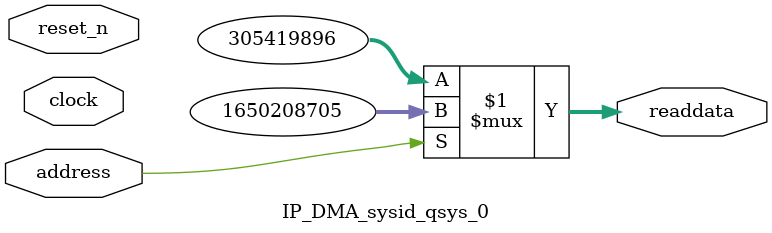
<source format=v>



// synthesis translate_off
`timescale 1ns / 1ps
// synthesis translate_on

// turn off superfluous verilog processor warnings 
// altera message_level Level1 
// altera message_off 10034 10035 10036 10037 10230 10240 10030 

module IP_DMA_sysid_qsys_0 (
               // inputs:
                address,
                clock,
                reset_n,

               // outputs:
                readdata
             )
;

  output  [ 31: 0] readdata;
  input            address;
  input            clock;
  input            reset_n;

  wire    [ 31: 0] readdata;
  //control_slave, which is an e_avalon_slave
  assign readdata = address ? 1650208705 : 305419896;

endmodule



</source>
